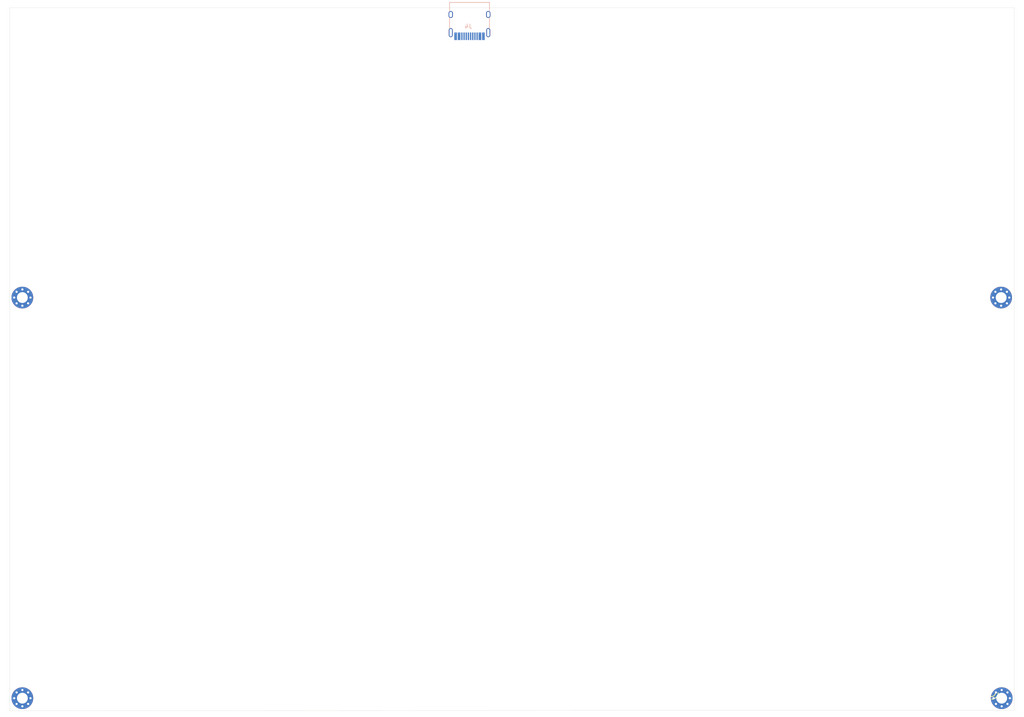
<source format=kicad_pcb>
(kicad_pcb (version 20171130) (host pcbnew "(5.1.9)-1")

  (general
    (thickness 1.6)
    (drawings 6)
    (tracks 0)
    (zones 0)
    (modules 5)
    (nets 7)
  )

  (page A4)
  (layers
    (0 F.Cu signal)
    (31 B.Cu signal)
    (32 B.Adhes user)
    (33 F.Adhes user)
    (34 B.Paste user)
    (35 F.Paste user)
    (36 B.SilkS user)
    (37 F.SilkS user)
    (38 B.Mask user)
    (39 F.Mask user)
    (40 Dwgs.User user)
    (41 Cmts.User user)
    (42 Eco1.User user)
    (43 Eco2.User user)
    (44 Edge.Cuts user)
    (45 Margin user)
    (46 B.CrtYd user)
    (47 F.CrtYd user)
    (48 B.Fab user)
    (49 F.Fab user)
  )

  (setup
    (last_trace_width 0.25)
    (trace_clearance 0.2)
    (zone_clearance 0.508)
    (zone_45_only no)
    (trace_min 0.2)
    (via_size 0.8)
    (via_drill 0.4)
    (via_min_size 0.4)
    (via_min_drill 0.3)
    (uvia_size 0.3)
    (uvia_drill 0.1)
    (uvias_allowed no)
    (uvia_min_size 0.2)
    (uvia_min_drill 0.1)
    (edge_width 0.05)
    (segment_width 0.2)
    (pcb_text_width 0.3)
    (pcb_text_size 1.5 1.5)
    (mod_edge_width 0.12)
    (mod_text_size 1 1)
    (mod_text_width 0.15)
    (pad_size 1.524 1.524)
    (pad_drill 0.762)
    (pad_to_mask_clearance 0)
    (aux_axis_origin 0 0)
    (visible_elements 7FFFFFFF)
    (pcbplotparams
      (layerselection 0x010fc_ffffffff)
      (usegerberextensions false)
      (usegerberattributes true)
      (usegerberadvancedattributes true)
      (creategerberjobfile true)
      (excludeedgelayer true)
      (linewidth 0.100000)
      (plotframeref false)
      (viasonmask false)
      (mode 1)
      (useauxorigin false)
      (hpglpennumber 1)
      (hpglpenspeed 20)
      (hpglpendiameter 15.000000)
      (psnegative false)
      (psa4output false)
      (plotreference true)
      (plotvalue true)
      (plotinvisibletext false)
      (padsonsilk false)
      (subtractmaskfromsilk false)
      (outputformat 1)
      (mirror false)
      (drillshape 0)
      (scaleselection 1)
      (outputdirectory "gerber/"))
  )

  (net 0 "")
  (net 1 GND)
  (net 2 "Net-(J4-PadA7)")
  (net 3 "Net-(J4-PadA6)")
  (net 4 /atmega/VBUS5v)
  (net 5 "Net-(J4-PadA5)")
  (net 6 "Net-(J4-PadB5)")

  (net_class Default "This is the default net class."
    (clearance 0.2)
    (trace_width 0.25)
    (via_dia 0.8)
    (via_drill 0.4)
    (uvia_dia 0.3)
    (uvia_drill 0.1)
    (add_net /atmega/VBUS5v)
    (add_net GND)
    (add_net "Net-(J4-PadA5)")
    (add_net "Net-(J4-PadA6)")
    (add_net "Net-(J4-PadA7)")
    (add_net "Net-(J4-PadB5)")
  )

  (net_class AT32U4 ""
    (clearance 0.15)
    (trace_width 0.2)
    (via_dia 0.8)
    (via_drill 0.4)
    (uvia_dia 0.3)
    (uvia_drill 0.1)
  )

  (net_class POWER5V ""
    (clearance 0.2)
    (trace_width 0.4)
    (via_dia 0.8)
    (via_drill 0.5)
    (uvia_dia 0.3)
    (uvia_drill 0.1)
  )

  (module 27sharp:GT-USB-7010 (layer B.Cu) (tedit 600466F5) (tstamp 60304413)
    (at 124.574 19.812)
    (descr "USB TYPE C, RA RCPT PCB, SMT, https://github.com/arturo182/GT-USB-7010/raw/master/GT-USB-7010.pdf")
    (tags "USB C Type-C Receptacle SMD")
    (path /60306DF5/604AE756)
    (fp_text reference J4 (at -0.254 0.889) (layer B.SilkS)
      (effects (font (size 1 1) (thickness 0.15)) (justify mirror))
    )
    (fp_text value USBPOWER (at -14.224 3.937 -90) (layer B.Fab) hide
      (effects (font (size 1 1) (thickness 0.15)) (justify mirror))
    )
    (fp_line (start -4.47 3.425) (end 4.47 3.425) (layer B.Fab) (width 0.12))
    (fp_line (start 4.47 3.425) (end 4.47 -4.525) (layer B.Fab) (width 0.12))
    (fp_line (start 4.47 -4.525) (end -4.47 -4.525) (layer B.Fab) (width 0.12))
    (fp_line (start -4.47 3.425) (end -4.47 -4.525) (layer B.Fab) (width 0.12))
    (fp_line (start 4.6 -4.65) (end -4.6 -4.65) (layer B.SilkS) (width 0.15))
    (fp_line (start -4.6 -4.65) (end -4.6 -2.7) (layer B.SilkS) (width 0.15))
    (fp_line (start -4.6 -1.05) (end -4.6 1.25) (layer B.SilkS) (width 0.15))
    (fp_line (start 4.6 -4.65) (end 4.6 -2.7) (layer B.SilkS) (width 0.15))
    (fp_line (start 4.6 -1.05) (end 4.6 1.25) (layer B.SilkS) (width 0.15))
    (fp_line (start -5 4.6) (end 5 4.6) (layer B.CrtYd) (width 0.12))
    (fp_line (start 5 4.6) (end 5 -5.15) (layer B.CrtYd) (width 0.12))
    (fp_line (start -5 4.6) (end -5 -5.15) (layer B.CrtYd) (width 0.12))
    (fp_line (start -5 -5.15) (end 5 -5.15) (layer B.CrtYd) (width 0.12))
    (fp_text user REF* (at 0 0) (layer B.Fab)
      (effects (font (size 1 1) (thickness 0.1)) (justify mirror))
    )
    (pad A12 smd rect (at 3.35 3.15) (size 0.3 1.75) (layers B.Cu B.Paste B.Mask)
      (net 1 GND))
    (pad B1 smd rect (at 3.05 3.15) (size 0.3 1.75) (layers B.Cu B.Paste B.Mask)
      (net 1 GND))
    (pad B4 smd rect (at 2.25 3.15) (size 0.3 1.75) (layers B.Cu B.Paste B.Mask)
      (net 4 /atmega/VBUS5v))
    (pad A9 smd rect (at 2.55 3.15) (size 0.3 1.75) (layers B.Cu B.Paste B.Mask)
      (net 4 /atmega/VBUS5v))
    (pad B9 smd rect (at -2.25 3.15) (size 0.3 1.75) (layers B.Cu B.Paste B.Mask)
      (net 4 /atmega/VBUS5v))
    (pad A4 smd rect (at -2.55 3.15) (size 0.3 1.75) (layers B.Cu B.Paste B.Mask)
      (net 4 /atmega/VBUS5v))
    (pad B12 smd rect (at -3.05 3.15) (size 0.3 1.75) (layers B.Cu B.Paste B.Mask)
      (net 1 GND))
    (pad A1 smd rect (at -3.35 3.15) (size 0.3 1.75) (layers B.Cu B.Paste B.Mask)
      (net 1 GND))
    (pad A6 smd rect (at -0.25 3.15) (size 0.3 1.75) (layers B.Cu B.Paste B.Mask)
      (net 3 "Net-(J4-PadA6)"))
    (pad A5 smd rect (at -1.25 3.15) (size 0.3 1.75) (layers B.Cu B.Paste B.Mask)
      (net 5 "Net-(J4-PadA5)"))
    (pad B8 smd rect (at -1.75 3.15) (size 0.3 1.75) (layers B.Cu B.Paste B.Mask))
    (pad B7 smd rect (at -0.75 3.15) (size 0.3 1.75) (layers B.Cu B.Paste B.Mask)
      (net 2 "Net-(J4-PadA7)"))
    (pad B5 smd rect (at 1.75 3.15) (size 0.3 1.75) (layers B.Cu B.Paste B.Mask)
      (net 6 "Net-(J4-PadB5)"))
    (pad A8 smd rect (at 1.25 3.15) (size 0.3 1.75) (layers B.Cu B.Paste B.Mask))
    (pad B6 smd rect (at 0.75 3.15) (size 0.3 1.75) (layers B.Cu B.Paste B.Mask)
      (net 3 "Net-(J4-PadA6)"))
    (pad A7 smd rect (at 0.25 3.15) (size 0.3 1.75) (layers B.Cu B.Paste B.Mask)
      (net 2 "Net-(J4-PadA7)"))
    (pad "" np_thru_hole circle (at 2.89 1.81) (size 0.65 0.65) (drill 0.65) (layers *.Cu *.Mask))
    (pad "" np_thru_hole circle (at -2.89 1.81) (size 0.65 0.65) (drill 0.65) (layers *.Cu *.Mask))
    (pad S1 thru_hole oval (at 4.32 2.31) (size 0.9 2.1) (drill oval 0.5 1.7) (layers *.Cu *.Mask)
      (net 1 GND))
    (pad S1 thru_hole oval (at -4.32 2.31) (size 0.9 2.1) (drill oval 0.5 1.7) (layers *.Cu *.Mask)
      (net 1 GND))
    (pad S1 thru_hole oval (at 4.32 -1.87) (size 1 1.6) (drill oval 0.6 1.2) (layers *.Cu *.Mask)
      (net 1 GND))
    (pad S1 thru_hole oval (at -4.32 -1.87) (size 1 1.6) (drill oval 0.6 1.2) (layers *.Cu *.Mask)
      (net 1 GND))
    (model "${KIPRJMOD}/USB Type C Port (SMD Type).STEP"
      (offset (xyz 0 2.75 1.5))
      (scale (xyz 1 1 1))
      (rotate (xyz -180 0 0))
    )
  )

  (module MountingHole:MountingHole_2.5mm_Pad_Via (layer F.Cu) (tedit 56DDBAEA) (tstamp 60334BA1)
    (at 21.59 83.185)
    (descr "Mounting Hole 2.5mm")
    (tags "mounting hole 2.5mm")
    (path /60306DF5/6043CF6A)
    (attr virtual)
    (fp_text reference H1 (at 0 -3.5) (layer F.SilkS) hide
      (effects (font (size 1 1) (thickness 0.15)))
    )
    (fp_text value MountingHole (at 0 3.5) (layer F.Fab)
      (effects (font (size 1 1) (thickness 0.15)))
    )
    (fp_circle (center 0 0) (end 2.5 0) (layer Cmts.User) (width 0.15))
    (fp_circle (center 0 0) (end 2.75 0) (layer F.CrtYd) (width 0.05))
    (fp_text user %R (at 0.3 0) (layer F.Fab)
      (effects (font (size 1 1) (thickness 0.15)))
    )
    (pad 1 thru_hole circle (at 1.325825 -1.325825) (size 0.8 0.8) (drill 0.5) (layers *.Cu *.Mask))
    (pad 1 thru_hole circle (at 0 -1.875) (size 0.8 0.8) (drill 0.5) (layers *.Cu *.Mask))
    (pad 1 thru_hole circle (at -1.325825 -1.325825) (size 0.8 0.8) (drill 0.5) (layers *.Cu *.Mask))
    (pad 1 thru_hole circle (at -1.875 0) (size 0.8 0.8) (drill 0.5) (layers *.Cu *.Mask))
    (pad 1 thru_hole circle (at -1.325825 1.325825) (size 0.8 0.8) (drill 0.5) (layers *.Cu *.Mask))
    (pad 1 thru_hole circle (at 0 1.875) (size 0.8 0.8) (drill 0.5) (layers *.Cu *.Mask))
    (pad 1 thru_hole circle (at 1.325825 1.325825) (size 0.8 0.8) (drill 0.5) (layers *.Cu *.Mask))
    (pad 1 thru_hole circle (at 1.875 0) (size 0.8 0.8) (drill 0.5) (layers *.Cu *.Mask))
    (pad 1 thru_hole circle (at 0 0) (size 5 5) (drill 2.5) (layers *.Cu *.Mask))
  )

  (module MountingHole:MountingHole_2.5mm_Pad_Via (layer F.Cu) (tedit 56DDBAEA) (tstamp 603353DA)
    (at 247.015 83.185)
    (descr "Mounting Hole 2.5mm")
    (tags "mounting hole 2.5mm")
    (path /60306DF5/60440596)
    (attr virtual)
    (fp_text reference H2 (at 0 -3.5) (layer F.SilkS) hide
      (effects (font (size 1 1) (thickness 0.15)))
    )
    (fp_text value MountingHole (at 0 3.5) (layer F.Fab)
      (effects (font (size 1 1) (thickness 0.15)))
    )
    (fp_circle (center 0 0) (end 2.5 0) (layer Cmts.User) (width 0.15))
    (fp_circle (center 0 0) (end 2.75 0) (layer F.CrtYd) (width 0.05))
    (fp_text user %R (at 0.3 0) (layer F.Fab)
      (effects (font (size 1 1) (thickness 0.15)))
    )
    (pad 1 thru_hole circle (at 1.325825 -1.325825) (size 0.8 0.8) (drill 0.5) (layers *.Cu *.Mask))
    (pad 1 thru_hole circle (at 0 -1.875) (size 0.8 0.8) (drill 0.5) (layers *.Cu *.Mask))
    (pad 1 thru_hole circle (at -1.325825 -1.325825) (size 0.8 0.8) (drill 0.5) (layers *.Cu *.Mask))
    (pad 1 thru_hole circle (at -1.875 0) (size 0.8 0.8) (drill 0.5) (layers *.Cu *.Mask))
    (pad 1 thru_hole circle (at -1.325825 1.325825) (size 0.8 0.8) (drill 0.5) (layers *.Cu *.Mask))
    (pad 1 thru_hole circle (at 0 1.875) (size 0.8 0.8) (drill 0.5) (layers *.Cu *.Mask))
    (pad 1 thru_hole circle (at 1.325825 1.325825) (size 0.8 0.8) (drill 0.5) (layers *.Cu *.Mask))
    (pad 1 thru_hole circle (at 1.875 0) (size 0.8 0.8) (drill 0.5) (layers *.Cu *.Mask))
    (pad 1 thru_hole circle (at 0 0) (size 5 5) (drill 2.5) (layers *.Cu *.Mask))
  )

  (module MountingHole:MountingHole_2.5mm_Pad_Via (layer F.Cu) (tedit 56DDBAEA) (tstamp 603353EA)
    (at 21.59 175.514)
    (descr "Mounting Hole 2.5mm")
    (tags "mounting hole 2.5mm")
    (path /60306DF5/6043F4A4)
    (attr virtual)
    (fp_text reference H3 (at 0 -3.5) (layer F.SilkS) hide
      (effects (font (size 1 1) (thickness 0.15)))
    )
    (fp_text value MountingHole (at 0 3.5) (layer F.Fab)
      (effects (font (size 1 1) (thickness 0.15)))
    )
    (fp_circle (center 0 0) (end 2.5 0) (layer Cmts.User) (width 0.15))
    (fp_circle (center 0 0) (end 2.75 0) (layer F.CrtYd) (width 0.05))
    (fp_text user %R (at 0.3 0) (layer F.Fab)
      (effects (font (size 1 1) (thickness 0.15)))
    )
    (pad 1 thru_hole circle (at 1.325825 -1.325825) (size 0.8 0.8) (drill 0.5) (layers *.Cu *.Mask))
    (pad 1 thru_hole circle (at 0 -1.875) (size 0.8 0.8) (drill 0.5) (layers *.Cu *.Mask))
    (pad 1 thru_hole circle (at -1.325825 -1.325825) (size 0.8 0.8) (drill 0.5) (layers *.Cu *.Mask))
    (pad 1 thru_hole circle (at -1.875 0) (size 0.8 0.8) (drill 0.5) (layers *.Cu *.Mask))
    (pad 1 thru_hole circle (at -1.325825 1.325825) (size 0.8 0.8) (drill 0.5) (layers *.Cu *.Mask))
    (pad 1 thru_hole circle (at 0 1.875) (size 0.8 0.8) (drill 0.5) (layers *.Cu *.Mask))
    (pad 1 thru_hole circle (at 1.325825 1.325825) (size 0.8 0.8) (drill 0.5) (layers *.Cu *.Mask))
    (pad 1 thru_hole circle (at 1.875 0) (size 0.8 0.8) (drill 0.5) (layers *.Cu *.Mask))
    (pad 1 thru_hole circle (at 0 0) (size 5 5) (drill 2.5) (layers *.Cu *.Mask))
  )

  (module MountingHole:MountingHole_2.5mm_Pad_Via (layer F.Cu) (tedit 56DDBAEA) (tstamp 603353FA)
    (at 247.142 175.514)
    (descr "Mounting Hole 2.5mm")
    (tags "mounting hole 2.5mm")
    (path /60306DF5/60440D18)
    (attr virtual)
    (fp_text reference H4 (at 0 -3.5) (layer F.SilkS) hide
      (effects (font (size 1 1) (thickness 0.15)))
    )
    (fp_text value MountingHole (at 0 3.5) (layer F.Fab)
      (effects (font (size 1 1) (thickness 0.15)))
    )
    (fp_circle (center 0 0) (end 2.5 0) (layer Cmts.User) (width 0.15))
    (fp_circle (center 0 0) (end 2.75 0) (layer F.CrtYd) (width 0.05))
    (fp_text user %R (at 0.3 0) (layer F.Fab)
      (effects (font (size 1 1) (thickness 0.15)))
    )
    (pad 1 thru_hole circle (at 1.325825 -1.325825) (size 0.8 0.8) (drill 0.5) (layers *.Cu *.Mask))
    (pad 1 thru_hole circle (at 0 -1.875) (size 0.8 0.8) (drill 0.5) (layers *.Cu *.Mask))
    (pad 1 thru_hole circle (at -1.325825 -1.325825) (size 0.8 0.8) (drill 0.5) (layers *.Cu *.Mask))
    (pad 1 thru_hole circle (at -1.875 0) (size 0.8 0.8) (drill 0.5) (layers *.Cu *.Mask))
    (pad 1 thru_hole circle (at -1.325825 1.325825) (size 0.8 0.8) (drill 0.5) (layers *.Cu *.Mask))
    (pad 1 thru_hole circle (at 0 1.875) (size 0.8 0.8) (drill 0.5) (layers *.Cu *.Mask))
    (pad 1 thru_hole circle (at 1.325825 1.325825) (size 0.8 0.8) (drill 0.5) (layers *.Cu *.Mask))
    (pad 1 thru_hole circle (at 1.875 0) (size 0.8 0.8) (drill 0.5) (layers *.Cu *.Mask))
    (pad 1 thru_hole circle (at 0 0) (size 5 5) (drill 2.5) (layers *.Cu *.Mask))
  )

  (gr_line (start 18.7 178.4) (end 18.7 16.4) (layer Edge.Cuts) (width 0.05) (tstamp 603035C2))
  (gr_line (start 250 178.3) (end 18.7 178.4) (layer Edge.Cuts) (width 0.05))
  (gr_line (start 250 16.4) (end 250 178.3) (layer Edge.Cuts) (width 0.05))
  (gr_line (start 18.7 16.4) (end 250 16.4) (layer Edge.Cuts) (width 0.05))
  (gr_arc (start 244.823988 174.255357) (end 244.823988 175.755357) (angle -90) (layer F.SilkS) (width 0.2))
  (gr_arc (start 244.723988 174.155357) (end 244.723988 175.155357) (angle -90) (layer F.SilkS) (width 0.2))

)

</source>
